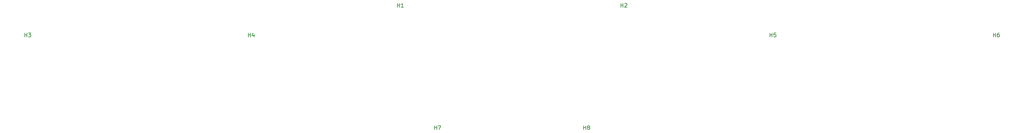
<source format=gbr>
G04 #@! TF.GenerationSoftware,KiCad,Pcbnew,7.0.1-0*
G04 #@! TF.CreationDate,2023-05-14T12:23:49+09:00*
G04 #@! TF.ProjectId,Sandy_Top_with_Plate_Mid,53616e64-795f-4546-9f70-5f776974685f,v.0*
G04 #@! TF.SameCoordinates,Original*
G04 #@! TF.FileFunction,AssemblyDrawing,Top*
%FSLAX46Y46*%
G04 Gerber Fmt 4.6, Leading zero omitted, Abs format (unit mm)*
G04 Created by KiCad (PCBNEW 7.0.1-0) date 2023-05-14 12:23:49*
%MOMM*%
%LPD*%
G01*
G04 APERTURE LIST*
%ADD10C,0.150000*%
G04 APERTURE END LIST*
D10*
X223893405Y-28656649D02*
X223893405Y-27656649D01*
X223893405Y-28132839D02*
X224464833Y-28132839D01*
X224464833Y-28656649D02*
X224464833Y-27656649D01*
X225417214Y-27656649D02*
X224941024Y-27656649D01*
X224941024Y-27656649D02*
X224893405Y-28132839D01*
X224893405Y-28132839D02*
X224941024Y-28085220D01*
X224941024Y-28085220D02*
X225036262Y-28037601D01*
X225036262Y-28037601D02*
X225274357Y-28037601D01*
X225274357Y-28037601D02*
X225369595Y-28085220D01*
X225369595Y-28085220D02*
X225417214Y-28132839D01*
X225417214Y-28132839D02*
X225464833Y-28228077D01*
X225464833Y-28228077D02*
X225464833Y-28466172D01*
X225464833Y-28466172D02*
X225417214Y-28561410D01*
X225417214Y-28561410D02*
X225369595Y-28609030D01*
X225369595Y-28609030D02*
X225274357Y-28656649D01*
X225274357Y-28656649D02*
X225036262Y-28656649D01*
X225036262Y-28656649D02*
X224941024Y-28609030D01*
X224941024Y-28609030D02*
X224893405Y-28561410D01*
X33393405Y-28656649D02*
X33393405Y-27656649D01*
X33393405Y-28132839D02*
X33964833Y-28132839D01*
X33964833Y-28656649D02*
X33964833Y-27656649D01*
X34345786Y-27656649D02*
X34964833Y-27656649D01*
X34964833Y-27656649D02*
X34631500Y-28037601D01*
X34631500Y-28037601D02*
X34774357Y-28037601D01*
X34774357Y-28037601D02*
X34869595Y-28085220D01*
X34869595Y-28085220D02*
X34917214Y-28132839D01*
X34917214Y-28132839D02*
X34964833Y-28228077D01*
X34964833Y-28228077D02*
X34964833Y-28466172D01*
X34964833Y-28466172D02*
X34917214Y-28561410D01*
X34917214Y-28561410D02*
X34869595Y-28609030D01*
X34869595Y-28609030D02*
X34774357Y-28656649D01*
X34774357Y-28656649D02*
X34488643Y-28656649D01*
X34488643Y-28656649D02*
X34393405Y-28609030D01*
X34393405Y-28609030D02*
X34345786Y-28561410D01*
X185793405Y-21024274D02*
X185793405Y-20024274D01*
X185793405Y-20500464D02*
X186364833Y-20500464D01*
X186364833Y-21024274D02*
X186364833Y-20024274D01*
X186793405Y-20119512D02*
X186841024Y-20071893D01*
X186841024Y-20071893D02*
X186936262Y-20024274D01*
X186936262Y-20024274D02*
X187174357Y-20024274D01*
X187174357Y-20024274D02*
X187269595Y-20071893D01*
X187269595Y-20071893D02*
X187317214Y-20119512D01*
X187317214Y-20119512D02*
X187364833Y-20214750D01*
X187364833Y-20214750D02*
X187364833Y-20309988D01*
X187364833Y-20309988D02*
X187317214Y-20452845D01*
X187317214Y-20452845D02*
X186745786Y-21024274D01*
X186745786Y-21024274D02*
X187364833Y-21024274D01*
X176268405Y-52469149D02*
X176268405Y-51469149D01*
X176268405Y-51945339D02*
X176839833Y-51945339D01*
X176839833Y-52469149D02*
X176839833Y-51469149D01*
X177458881Y-51897720D02*
X177363643Y-51850101D01*
X177363643Y-51850101D02*
X177316024Y-51802482D01*
X177316024Y-51802482D02*
X177268405Y-51707244D01*
X177268405Y-51707244D02*
X177268405Y-51659625D01*
X177268405Y-51659625D02*
X177316024Y-51564387D01*
X177316024Y-51564387D02*
X177363643Y-51516768D01*
X177363643Y-51516768D02*
X177458881Y-51469149D01*
X177458881Y-51469149D02*
X177649357Y-51469149D01*
X177649357Y-51469149D02*
X177744595Y-51516768D01*
X177744595Y-51516768D02*
X177792214Y-51564387D01*
X177792214Y-51564387D02*
X177839833Y-51659625D01*
X177839833Y-51659625D02*
X177839833Y-51707244D01*
X177839833Y-51707244D02*
X177792214Y-51802482D01*
X177792214Y-51802482D02*
X177744595Y-51850101D01*
X177744595Y-51850101D02*
X177649357Y-51897720D01*
X177649357Y-51897720D02*
X177458881Y-51897720D01*
X177458881Y-51897720D02*
X177363643Y-51945339D01*
X177363643Y-51945339D02*
X177316024Y-51992958D01*
X177316024Y-51992958D02*
X177268405Y-52088196D01*
X177268405Y-52088196D02*
X177268405Y-52278672D01*
X177268405Y-52278672D02*
X177316024Y-52373910D01*
X177316024Y-52373910D02*
X177363643Y-52421530D01*
X177363643Y-52421530D02*
X177458881Y-52469149D01*
X177458881Y-52469149D02*
X177649357Y-52469149D01*
X177649357Y-52469149D02*
X177744595Y-52421530D01*
X177744595Y-52421530D02*
X177792214Y-52373910D01*
X177792214Y-52373910D02*
X177839833Y-52278672D01*
X177839833Y-52278672D02*
X177839833Y-52088196D01*
X177839833Y-52088196D02*
X177792214Y-51992958D01*
X177792214Y-51992958D02*
X177744595Y-51945339D01*
X177744595Y-51945339D02*
X177649357Y-51897720D01*
X90543405Y-28656649D02*
X90543405Y-27656649D01*
X90543405Y-28132839D02*
X91114833Y-28132839D01*
X91114833Y-28656649D02*
X91114833Y-27656649D01*
X92019595Y-27989982D02*
X92019595Y-28656649D01*
X91781500Y-27609030D02*
X91543405Y-28323315D01*
X91543405Y-28323315D02*
X92162452Y-28323315D01*
X138168405Y-52469149D02*
X138168405Y-51469149D01*
X138168405Y-51945339D02*
X138739833Y-51945339D01*
X138739833Y-52469149D02*
X138739833Y-51469149D01*
X139120786Y-51469149D02*
X139787452Y-51469149D01*
X139787452Y-51469149D02*
X139358881Y-52469149D01*
X128643405Y-21024274D02*
X128643405Y-20024274D01*
X128643405Y-20500464D02*
X129214833Y-20500464D01*
X129214833Y-21024274D02*
X129214833Y-20024274D01*
X130214833Y-21024274D02*
X129643405Y-21024274D01*
X129929119Y-21024274D02*
X129929119Y-20024274D01*
X129929119Y-20024274D02*
X129833881Y-20167131D01*
X129833881Y-20167131D02*
X129738643Y-20262369D01*
X129738643Y-20262369D02*
X129643405Y-20309988D01*
X281043405Y-28656649D02*
X281043405Y-27656649D01*
X281043405Y-28132839D02*
X281614833Y-28132839D01*
X281614833Y-28656649D02*
X281614833Y-27656649D01*
X282519595Y-27656649D02*
X282329119Y-27656649D01*
X282329119Y-27656649D02*
X282233881Y-27704268D01*
X282233881Y-27704268D02*
X282186262Y-27751887D01*
X282186262Y-27751887D02*
X282091024Y-27894744D01*
X282091024Y-27894744D02*
X282043405Y-28085220D01*
X282043405Y-28085220D02*
X282043405Y-28466172D01*
X282043405Y-28466172D02*
X282091024Y-28561410D01*
X282091024Y-28561410D02*
X282138643Y-28609030D01*
X282138643Y-28609030D02*
X282233881Y-28656649D01*
X282233881Y-28656649D02*
X282424357Y-28656649D01*
X282424357Y-28656649D02*
X282519595Y-28609030D01*
X282519595Y-28609030D02*
X282567214Y-28561410D01*
X282567214Y-28561410D02*
X282614833Y-28466172D01*
X282614833Y-28466172D02*
X282614833Y-28228077D01*
X282614833Y-28228077D02*
X282567214Y-28132839D01*
X282567214Y-28132839D02*
X282519595Y-28085220D01*
X282519595Y-28085220D02*
X282424357Y-28037601D01*
X282424357Y-28037601D02*
X282233881Y-28037601D01*
X282233881Y-28037601D02*
X282138643Y-28085220D01*
X282138643Y-28085220D02*
X282091024Y-28132839D01*
X282091024Y-28132839D02*
X282043405Y-28228077D01*
M02*

</source>
